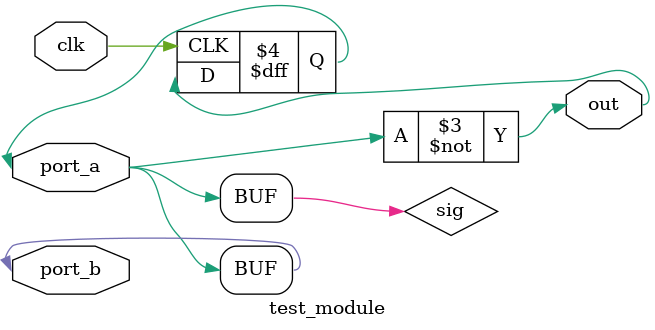
<source format=sv>
module test_module (
  input logic clk,
  output logic out,
  inout logic port_a,
  inout logic port_b
);

  logic sig;
  
  assign port_a = sig;
  assign port_b = sig;
  
  always @(posedge clk) begin
    sig = out;
  end
  
  always_comb begin
    out = ~sig;
  end

endmodule
</source>
